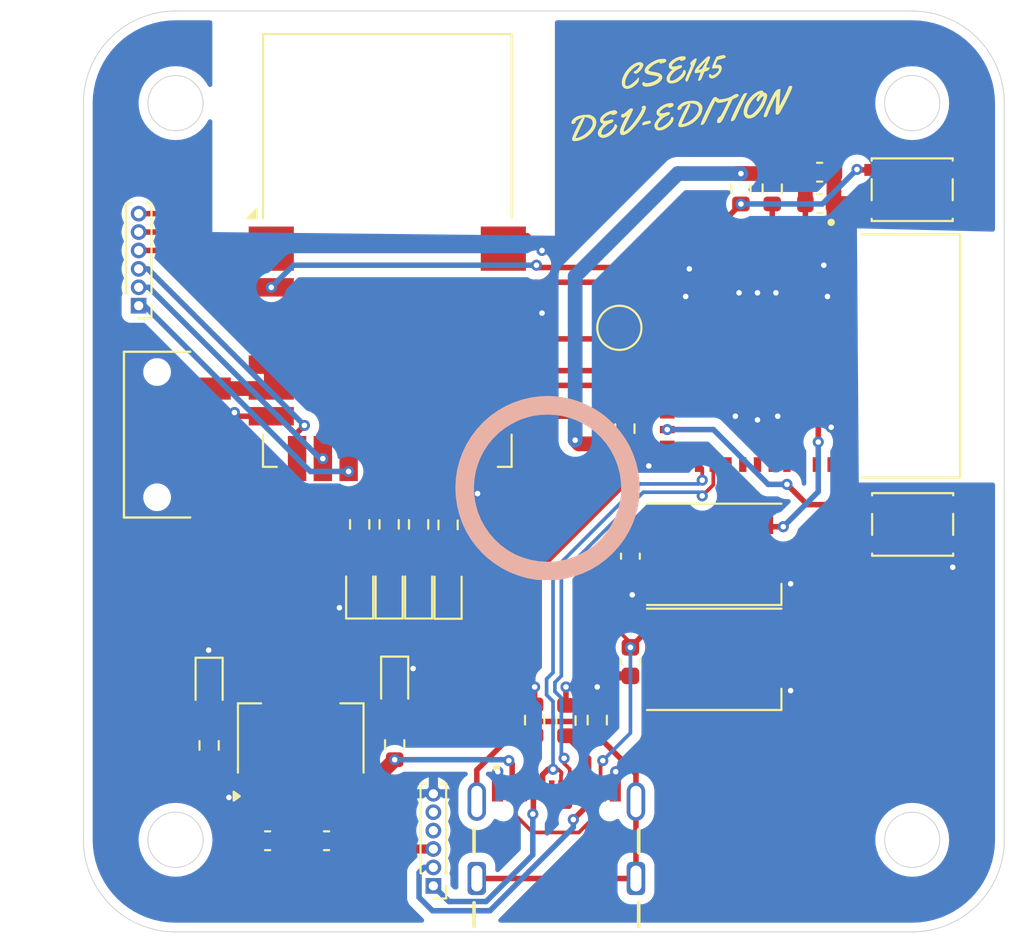
<source format=kicad_pcb>
(kicad_pcb (version 20240108) (generator "pcbnew") (generator_version "8.0")
  (layers (0 "F.Cu" signal) (31 "B.Cu" signal) (34 "B.Paste" user) (35 "F.Paste" user) (36 "B.SilkS" user "B.Silkscreen") (37 "F.SilkS" user "F.Silkscreen") (38 "B.Mask" user) (39 "F.Mask" user) (44 "Edge.Cuts" user))
  (net 0 "")
  (net 1 "GND")
  (net 2 "+3.3V")
  (net 3 "+5V")
  (net 4 "Net-(D1-A)")
  (net 5 "Net-(D2-A)")
  (net 6 "Net-(D3-A)")
  (net 7 "Net-(D4-A)")
  (net 8 "Net-(D5-DOUT)")
  (net 9 "/NEOPIXEL")
  (net 11 "Net-(DWM1-VDDAON)")
  (net 12 "Net-(DWM1-GPIO0{slash}RXOKLED)")
  (net 13 "/DWM3000_IRQ")
  (net 14 "/DWM3000_SPIPOL")
  (net 15 "/DWM3000_SPIMISO")
  (net 16 "Net-(DWM1-GPIO1{slash}SFDLED)")
  (net 17 "/DWM3000_EXTON")
  (net 18 "Net-(DWM1-GPIO2{slash}RXLED)")
  (net 19 "/DWM3000_SPIHA")
  (net 20 "/DWM3000_WAKEUP")
  (net 21 "/DWM3000_RSTn")
  (net 22 "/DWM3001_SPIMOSI")
  (net 23 "/DWM3000_SPICS")
  (net 24 "Net-(DWM1-GPIO3{slash}TXLED)")
  (net 25 "/DWM3000_EXTPA")
  (net 26 "/DWM3000_GPIO7")
  (net 27 "/DWM3000_SPICLK")
  (net 28 "Net-(J1-SHELL_GND-PadSH1)")
  (net 29 "/DN")
  (net 31 "/DP")
  (net 33 "/CC1")
  (net 34 "/CC2")
  (net 35 "Net-(U1-IO2)")
  (net 36 "Net-(U1-IO8)")
  (net 37 "Net-(U1-EN)")
  (net 39 "Net-(U1-IO9)")
  (net 40 "Net-(U1-IO10)")
  (net 59 "Net-(D7-A)")
  (net 60 "Net-(D8-A)")
  (footprint "LED_SMD:LED_SK6812_PLCC4_5.0x5.0mm_P3.2mm" (layer "F.Cu") (at 134.25 74.5)
    (property "Reference" "D5" (hide yes))
    (property "Value" "SK6812")
  )
  (footprint "Fiducial:Fiducial_1mm_Mask2mm" (layer "F.Cu") (at 148 50)
    (property "Reference" "FID2" (hide yes))
    (property "Value" "Fiducial")
  )
  (footprint "opentags_library:XCVR_ESP32-C3-MINI-1-N4" (layer "F.Cu") (at 139.3 63.725 -90)
    (property "Reference" "U1" (hide yes))
    (property "Value" "ESP32-C3-MINI-1-N4")
  )
  (footprint "Capacitor_SMD:C_0603_1608Metric" (layer "F.Cu") (at 110 90.05 180)
    (property "Reference" "C6" (hide yes))
    (property "Value" "10u")
  )
  (footprint "Resistor_SMD:R_0603_1608Metric" (layer "F.Cu") (at 137.4 54.65 -90)
    (property "Reference" "R8" (hide yes))
    (property "Value" "10k")
  )
  (footprint "LED_SMD:LED_SK6812_PLCC4_5.0x5.0mm_P3.2mm" (layer "F.Cu") (at 134.25 80.2)
    (property "Reference" "D6" (hide yes))
    (property "Value" "SK6812")
  )
  (footprint "Button_Switch_SMD:SW_SPST_PTS810" (layer "F.Cu") (at 145.025 72.875)
    (property "Reference" "SW2" (hide yes))
    (property "Value" "SW_Push")
  )
  (footprint "Resistor_SMD:R_0603_1608Metric" (layer "F.Cu") (at 115 72.875 -90)
    (property "Reference" "R7" (hide yes))
    (property "Value" "470")
  )
  (footprint "Resistor_SMD:R_0603_1608Metric" (layer "F.Cu") (at 116.9 84.825 90)
    (property "Reference" "R11" (hide yes))
    (property "Value" "470")
  )
  (footprint "Connector_PinHeader_1.00mm:PinHeader_1x06_P1.00mm_Vertical" (layer "F.Cu") (at 103 61 180)
    (property "Reference" "J2" (hide yes))
    (property "Value" "Conn_01x06_Socket")
  )
  (footprint "Resistor_SMD:R_0603_1608Metric" (layer "F.Cu") (at 116.6 72.875 -90)
    (property "Reference" "R6" (hide yes))
    (property "Value" "470")
  )
  (footprint "LOGO" (layer "F.Cu") (at 125.2 70.9)
    (property "Reference" "G***" (hide yes))
    (property "Value" "LOGO" (hide yes))
  )
  (footprint "Capacitor_SMD:C_0603_1608Metric" (layer "F.Cu") (at 139.975 53.75)
    (property "Reference" "C2" (hide yes))
    (property "Value" ".1u")
  )
  (footprint "LED_SMD:LED_0603_1608Metric" (layer "F.Cu") (at 119.8 76.5125 90)
    (property "Reference" "D1" (hide yes))
    (property "Value" "LED")
  )
  (footprint "opentags_library:SW_JS102011SAQN" (layer "F.Cu") (at 104 68 -90)
    (property "Reference" "S1" (hide yes))
    (property "Value" "JS102011SAQN")
  )
  (footprint "Resistor_SMD:R_0603_1608Metric" (layer "F.Cu") (at 124.5 83.5 90)
    (property "Reference" "R2" (hide yes))
    (property "Value" "5k1")
  )
  (footprint "LED_SMD:LED_0603_1608Metric" (layer "F.Cu") (at 115 76.5 90)
    (property "Reference" "D4" (hide yes))
    (property "Value" "LED")
  )
  (footprint "Resistor_SMD:R_0603_1608Metric" (layer "F.Cu") (at 106.825 84.875 90)
    (property "Reference" "R12" (hide yes))
    (property "Value" "470")
  )
  (footprint "opentags_library:GCT_USB4105-GF-A" (layer "F.Cu") (at 125.68 92.1)
    (property "Reference" "J1" (hide yes))
    (property "Value" "USB4105-GF-A")
  )
  (footprint "LED_SMD:LED_0603_1608Metric" (layer "F.Cu") (at 116.6 76.5 90)
    (property "Reference" "D3" (hide yes))
    (property "Value" "LED")
  )
  (footprint "Capacitor_SMD:C_0603_1608Metric" (layer "F.Cu") (at 129.7 80.325 90)
    (property "Reference" "C4" (hide yes))
    (property "Value" "1u")
  )
  (footprint "LED_SMD:LED_0603_1608Metric" (layer "F.Cu") (at 118.2 76.5 90)
    (property "Reference" "D2" (hide yes))
    (property "Value" "LED")
  )
  (footprint "Fiducial:Fiducial_1mm_Mask2mm" (layer "F.Cu") (at 102 50)
    (property "Reference" "FID1" (hide yes))
    (property "Value" "Fiducial")
  )
  (footprint "TestPoint:TestPoint_Pad_D2.0mm" (layer "F.Cu") (at 129.1 62.2)
    (property "Reference" "TP1" (hide yes))
    (property "Value" "TestPoint")
  )
  (footprint "Resistor_SMD:R_0603_1608Metric" (layer "F.Cu") (at 126.2 83.525 90)
    (property "Reference" "R3" (hide yes))
    (property "Value" "5k1")
  )
  (footprint "RF_Module:DWM1000" (layer "F.Cu") (at 116.5 58)
    (property "Reference" "DWM1" (hide yes))
    (property "Value" "DWM3000")
  )
  (footprint "Fiducial:Fiducial_1mm_Mask2mm" (layer "F.Cu") (at 102 90)
    (property "Reference" "FID3" (hide yes))
    (property "Value" "Fiducial")
  )
  (footprint "LOGO" (layer "F.Cu") (at 132 49.5)
    (property "Reference" "G***" (hide yes))
    (property "Value" "LOGO" (hide yes))
  )
  (footprint "Resistor_SMD:R_0603_1608Metric" (layer "F.Cu") (at 118.2 72.875 -90)
    (property "Reference" "R5" (hide yes))
    (property "Value" "470")
  )
  (footprint "LED_SMD:LED_0603_1608Metric" (layer "F.Cu") (at 106.825 81.6 -90)
    (property "Reference" "D8" (hide yes))
    (property "Value" "LED")
  )
  (footprint "Button_Switch_SMD:SW_SPST_PTS810" (layer "F.Cu") (at 145 54.7)
    (property "Reference" "SW1" (hide yes))
    (property "Value" "SW_Push")
  )
  (footprint "Connector_PinHeader_1.00mm:PinHeader_1x06_P1.00mm_Vertical" (layer "F.Cu") (at 119 92.5 180)
    (property "Reference" "J3" (hide yes))
    (property "Value" "Conn_01x06_Socket")
  )
  (footprint "LED_SMD:LED_0603_1608Metric" (layer "F.Cu") (at 116.9 81.5375 -90)
    (property "Reference" "D7" (hide yes))
    (property "Value" "LED")
  )
  (footprint "Capacitor_SMD:C_0603_1608Metric" (layer "F.Cu") (at 113.2 90.05 180)
    (property "Reference" "C5" (hide yes))
    (property "Value" "10u")
  )
  (footprint "Fiducial:Fiducial_1mm_Mask2mm" (layer "F.Cu") (at 148 90)
    (property "Reference" "FID4" (hide yes))
    (property "Value" "Fiducial")
  )
  (footprint "Resistor_SMD:R_0603_1608Metric" (layer "F.Cu") (at 129.4 67.675 90)
    (property "Reference" "R9" (hide yes))
    (property "Value" "10k")
  )
  (footprint "Capacitor_SMD:C_0603_1608Metric" (layer "F.Cu") (at 139.975 55.45)
    (property "Reference" "C1" (hide yes))
    (property "Value" "10u")
  )
  (footprint "Resistor_SMD:R_0603_1608Metric" (layer "F.Cu") (at 127.9 83.5 90)
    (property "Reference" "R1" (hide yes))
    (property "Value" "100K")
  )
  (footprint "Package_TO_SOT_SMD:SOT-223-3_TabPin2" (layer "F.Cu") (at 111.8 84.5 90)
    (property "Reference" "U3" (hide yes))
    (property "Value" "LM1117MP-3.3")
  )
  (footprint "Resistor_SMD:R_0603_1608Metric" (layer "F.Cu") (at 119.8 72.9 -90)
    (property "Reference" "R4" (hide yes))
    (property "Value" "470")
  )
  (footprint "Resistor_SMD:R_0603_1608Metric" (layer "F.Cu") (at 135.7 54.65 -90)
    (property "Reference" "R10" (hide yes))
    (property "Value" "50k")
  )
  (footprint "Capacitor_SMD:C_0603_1608Metric" (layer "F.Cu") (at 129.7 74.6 90)
    (property "Reference" "C3" (hide yes))
    (property "Value" "1u")
  )
  (gr_line (start 145 95) (end 105 95) (stroke (width 0.05)) (layer "Edge.Cuts"))
  (gr_line (start 150 50) (end 150 90) (stroke (width 0.05)) (layer "Edge.Cuts"))
  (gr_line (start 105 45) (end 145 45) (stroke (width 0.05)) (layer "Edge.Cuts"))
  (gr_circle (center 145 90) (end 145 91.5) (stroke (width 0.05)) (fill none) (layer "Edge.Cuts"))
  (gr_circle (center 105 50) (end 105 48.5) (stroke (width 0.05)) (fill none) (layer "Edge.Cuts"))
  (gr_circle (center 105 90) (end 105 91.5) (stroke (width 0.05)) (fill none) (layer "Edge.Cuts"))
  (gr_arc (start 105 95) (mid 101.464466 93.535534) (end 100 90) (stroke (width 0.05)) (layer "Edge.Cuts"))
  (gr_arc (start 150 90) (mid 148.535534 93.535534) (end 145 95) (stroke (width 0.05)) (layer "Edge.Cuts"))
  (gr_arc (start 100 50) (mid 101.464466 46.464466) (end 105 45) (stroke (width 0.05)) (layer "Edge.Cuts"))
  (gr_circle (center 145 50) (end 145 48.5) (stroke (width 0.05)) (fill none) (layer "Edge.Cuts"))
  (gr_line (start 100 50) (end 100 90) (stroke (width 0.05)) (layer "Edge.Cuts"))
  (gr_arc (start 145 45) (mid 148.535534 46.464466) (end 150 50) (stroke (width 0.05)) (layer "Edge.Cuts"))
  (segment (start 122.48 86.32) (end 122.5 86.3) (width 0.3) (layer "F.Cu") (net 1))
  (segment (start 110.15 90.975) (end 109.225 90.05) (width 0.5) (layer "F.Cu") (net 1))
  (segment (start 108.4012 67.0012) (end 108.2 66.8) (width 0.3) (layer "F.Cu") (net 1))
  (segment (start 137.6 60.3) (end 138.575 61.275) (width 0.8) (layer "F.Cu") (net 1))
  (segment (start 138.575 61.75) (end 138.575 65.7) (width 0.8) (layer "F.Cu") (net 1))
  (segment (start 136.7 81.8) (end 138.3 81.8) (width 0.3) (layer "F.Cu") (net 1))
  (segment (start 129.7 75.375) (end 129.7 76.6) (width 0.5) (layer "F.Cu") (net 1))
  (segment (start 138.575 61.275) (end 138.575 61.75) (width 0.8) (layer "F.Cu") (net 1))
  (segment (start 130.725 69.675) (end 130.7 69.7) (width 0.3) (layer "F.Cu") (net 1))
  (segment (start 135.6 60.3) (end 134.625 61.275) (width 0.8) (layer "F.Cu") (net 1))
  (segment (start 141.5 67.725) (end 140.725 67.725) (width 0.5) (layer "F.Cu") (net 1))
  (segment (start 122.8 57.2012) (end 124.1012 57.2012) (width 0.3) (layer "F.Cu") (net 1))
  (segment (start 116.9 80.75) (end 117.85 80.75) (width 0.3) (layer "F.Cu") (net 1))
  (segment (start 140.75 53.75) (end 140.75 56.975) (width 0.8) (layer "F.Cu") (net 1))
  (segment (start 117.3 77.2875) (end 119.7875 77.2875) (width 0.3) (layer "F.Cu") (net 1))
  (segment (start 126.2 81.7) (end 126.2 82.7) (width 0.3) (layer "F.Cu") (net 1))
  (segment (start 142.925 55.775) (end 147.075 55.775) (width 0.8) (layer "F.Cu") (net 1))
  (segment (start 134.625 63.725) (end 138.575 63.725) (width 0.8) (layer "F.Cu") (net 1))
  (segment (start 131.65 57.775) (end 131.675 57.775) (width 0.3) (layer "F.Cu") (net 1))
  (segment (start 138.575 66.125) (end 138.575 65.7) (width 0.8) (layer "F.Cu") (net 1))
  (segment (start 111.5 90.975) (end 110.15 90.975) (width 0.5) (layer "F.Cu") (net 1))
  (segment (start 109.225 90.05) (end 109.225 87.925) (width 0.5) (layer "F.Cu") (net 1))
  (segment (start 106.825 79.725) (end 106.8 79.7) (width 0.3) (layer "F.Cu") (net 1))
  (segment (start 134.625 61.75) (end 134.625 65.7) (width 0.8) (layer "F.Cu") (net 1))
  (segment (start 139.8 57.825) (end 141.5 57.825) (width 0.3) (layer "F.Cu") (net 1))
  (segment (start 115 77.2875) (end 117.3 77.2875) (width 0.3) (layer "F.Cu") (net 1))
  (segment (start 128.88 86.32) (end 128.9 86.3) (width 0.3) (layer "F.Cu") (net 1))
  (segment (start 141.225 57.775) (end 140.2 58.8) (width 0.3) (layer "F.Cu") (net 1))
  (segment (start 124.8988 61.4012) (end 124.9 61.4) (width 0.5) (layer "F.Cu") (net 1))
  (segment (start 131.65 57.775) (end 132.55 57.775) (width 0.3) (layer "F.Cu") (net 1))
  (segment (start 124.5 82.675) (end 124.5 81.7) (width 0.3) (layer "F.Cu") (net 1))
  (segment (start 109.225 87.925) (end 109.5 87.65) (width 0.5) (layer "F.Cu") (net 1))
  (segment (start 141.5 60.525) (end 140.425 60.525) (width 0.5) (layer "F.Cu") (net 1))
  (segment (start 136.6 65.7) (end 136.6 67.2) (width 0.8) (layer "F.Cu") (net 1))
  (segment (start 106.825 80.8125) (end 106.825 79.725) (width 0.3) (layer "F.Cu") (net 1))
  (segment (start 134.625 66.225) (end 134.625 65.7) (width 0.8) (layer "F.Cu") (net 1))
  (segment (start 128.5 81.1) (end 127.9 81.7) (width 0.5) (layer "F.Cu") (net 1))
  (segment (start 114.0125 77.2875) (end 113.9 77.4) (width 0.3) (layer "F.Cu") (net 1))
  (segment (start 138.575 65.7) (end 134.625 65.7) (width 0.8) (layer "F.Cu") (net 1))
  (segment (start 134.625 61.275) (end 134.625 61.75) (width 0.8) (layer "F.Cu") (net 1))
  (segment (start 140.75 56.975) (end 141.55 57.775) (width 0.8) (layer "F.Cu") (net 1))
  (segment (start 117.3 77.2875) (end 114.0125 77.2875) (width 0.3) (layer "F.Cu") (net 1))
  (segment (start 132.675 60.525) (end 132.7 60.5) (width 0.5) (layer "F.Cu") (net 1))
  (segment (start 131.65 69.675) (end 130.725 69.675) (width 0.3) (layer "F.Cu") (net 1))
  (segment (start 147.1 75.1) (end 147.2 75.2) (width 0.3) (layer "F.Cu") (net 1))
  (segment (start 128.88 87.345) (end 128.88 86.32) (width 0.3) (layer "F.Cu") (net 1))
  (segment (start 136.7 76.1) (end 138.4 76.1) (width 0.3) (layer "F.Cu") (net 1))
  (segment (start 134.625 61.75) (end 138.575 61.75) (width 0.8) (layer "F.Cu") (net 1))
  (segment (start 124.1012 57.2012) (end 124.9 58) (width 0.3) (layer "F.Cu") (net 1))
  (segment (start 140.725 67.725) (end 140.6 67.6) (width 0.5) (layer "F.Cu") (net 1))
  (segment (start 112.425 90.05) (end 111.5 90.975) (width 0.5) (layer "F.Cu") (net 1))
  (segment (start 122.8 58.6012) (end 122.8 57.2012) (width 0.3) (layer "F.Cu") (net 1))
  (segment (start 147.1 73.95) (end 147.1 75.1) (width 0.3) (layer "F.Cu") (net 1))
  (segment (start 136.6 61.75) (end 136.6 60.3) (width 0.8) (layer "F.Cu") (net 1))
  (segment (start 109.5 87.65) (end 107.95 87.65) (width 0.8) (layer "F.Cu") (net 1))
  (segment (start 117.85 80.75) (end 117.9 80.7) (width 0.3) (layer "F.Cu") (net 1))
  (segment (start 121.4 69.2962) (end 121.4 71.2) (width 0.3) (layer "F.Cu") (net 1))
  (segment (start 142.6 55.45) (end 142.925 55.775) (width 0.8) (layer "F.Cu") (net 1))
  (segment (start 141.55 57.775) (end 141.225 57.775) (width 0.3) (layer "F.Cu") (net 1))
  (segment (start 122.48 87.345) (end 122.48 86.32) (width 0.3) (layer "F.Cu") (net 1))
  (segment (start 127.9 82.675) (end 127.9 81.7) (width 0.3) (layer "F.Cu") (net 1))
  (segment (start 131.675 57.775) (end 132.9 59) (width 0.3) (layer "F.Cu") (net 1))
  (segment (start 122.8 61.4012) (end 124.8988 61.4012) (width 0.5) (layer "F.Cu") (net 1))
  (segment (start 107.95 87.65) (end 107.9 87.7) (width 0.8) (layer "F.Cu") (net 1))
  (segment (start 129.7 76.6) (end 129.8 76.7) (width 0.5) (layer "F.Cu") (net 1))
  (segment (start 137.7 67) (end 138.575 66.125) (width 0.8) (layer "F.Cu") (net 1))
  (segment (start 110.2 67.0012) (end 108.4012 67.0012) (width 0.3) (layer "F.Cu") (net 1))
  (segment (start 132.55 57.775) (end 132.6 57.825) (width 0.3) (layer "F.Cu") (net 1))
  (segment (start 142.95 73.95) (end 147.1 73.95) (width 0.8) (layer "F.Cu") (net 1))
  (segment (start 131.7 60.525) (end 132.675 60.525) (width 0.5) (layer "F.Cu") (net 1))
  (segment (start 141.5 57.825) (end 141.55 57.775) (width 0.3) (layer "F.Cu") (net 1))
  (segment (start 129.7 81.1) (end 128.5 81.1) (width 0.5) (layer "F.Cu") (net 1))
  (segment (start 140.75 55.45) (end 142.6 55.45) (width 0.8) (layer "F.Cu") (net 1))
  (segment (start 141.55 69.675) (end 141.55 57.775) (width 0.3) (layer "F.Cu") (net 1))
  (segment (start 119.7875 77.2875) (end 119.8 77.3) (width 0.3) (layer "F.Cu") (net 1))
  (segment (start 136.6 65.7) (end 136.6 61.75) (width 0.8) (layer "F.Cu") (net 1))
  (segment (start 140.425 60.525) (end 140.4 60.5) (width 0.5) (layer "F.Cu") (net 1))
  (segment (start 135.4 67) (end 134.625 66.225) (width 0.8) (layer "F.Cu") (net 1))
  (segment (start 138.3 81.8) (end 138.4 81.9) (width 0.3) (layer "F.Cu") (net 1))
  (via (at 106.8 79.7) (size 0.6) (drill 0.3) (layers "F.Cu" "B.Cu") (net 1))
  (via (at 137.6 60.3) (size 0.6) (drill 0.3) (layers "F.Cu" "B.Cu") (net 1))
  (via (at 128.9 86.3) (size 0.6) (drill 0.3) (layers "F.Cu" "B.Cu") (net 1))
  (via (at 135.6 60.3) (size 0.6) (drill 0.3) (layers "F.Cu" "B.Cu") (net 1))
  (via (at 126.2 81.7) (size 0.6) (drill 0.3) (layers "F.Cu" "B.Cu") (net 1))
  (via (at 147.2 75.2) (size 0.6) (drill 0.3) (layers "F.Cu" "B.Cu") (net 1))
  (via (at 135.4 67) (size 0.6) (drill 0.3) (layers "F.Cu" "B.Cu") (net 1))
  (via (at 140.4 60.5) (size 0.6) (drill 0.3) (layers "F.Cu" "B.Cu") (net 1))
  (via (at 130.7 69.7) (size 0.6) (drill 0.3) (layers "F.Cu" "B.Cu") (net 1))
  (via (at 140.2 58.8) (size 0.6) (drill 0.3) (layers "F.Cu" "B.Cu") (net 1))
  (via (at 121.4 71.2) (size 0.6) (drill 0.3) (layers "F.Cu" "B.Cu") (net 1))
  (via (at 132.9 59) (size 0.6) (drill 0.3) (layers "F.Cu" "B.Cu") (net 1))
  (via (at 127.9 81.7) (size 0.6) (drill 0.3) (layers "F.Cu" "B.Cu") (net 1))
  (via (at 140.6 67.6) (size 0.6) (drill 0.3) (layers "F.Cu" "B.Cu") (net 1))
  (via (at 129.8 76.7) (size 0.6) (drill 0.3) (layers "F.Cu" "B.Cu") (net 1))
  (via (at 132.7 60.5) (size 0.6) (drill 0.3) (layers "F.Cu" "B.Cu") (net 1))
  (via (at 124.5 81.7) (size 0.6) (drill 0.3) (layers "F.Cu" "B.Cu") (net 1))
  (via (at 138.4 81.9) (size 0.6) (drill 0.3) (layers "F.Cu" "B.Cu") (net 1))
  (via (at 137.7 67) (size 0.6) (drill 0.3) (layers "F.Cu" "B.Cu") (net 1))
  (via (at 122.5 86.3) (size 0.6) (drill 0.3) (layers "F.Cu" "B.Cu") (net 1))
  (via (at 107.9 87.7) (size 0.6) (drill 0.3) (layers "F.Cu" "B.Cu") (net 1))
  (via (at 138.4 76.1) (size 0.6) (drill 0.3) (layers "F.Cu" "B.Cu") (net 1))
  (via (at 113.9 77.4) (size 0.6) (drill 0.3) (layers "F.Cu" "B.Cu") (net 1))
  (via (at 108.2 66.8) (size 0.6) (drill 0.3) (layers "F.Cu" "B.Cu") (net 1))
  (via (at 124.9 58) (size 0.6) (drill 0.3) (layers "F.Cu" "B.Cu") (net 1))
  (via (at 136.6 60.3) (size 0.6) (drill 0.3) (layers "F.Cu" "B.Cu") (net 1))
  (via (at 124.9 61.4) (size 0.6) (drill 0.3) (layers "F.Cu" "B.Cu") (net 1))
  (via (at 136.6 67.2) (size 0.6) (drill 0.3) (layers "F.Cu" "B.Cu") (net 1))
  (via (at 117.9 80.7) (size 0.6) (drill 0.3) (layers "F.Cu" "B.Cu") (net 1))
  (segment (start 126.9 68.5) (end 126.7 68.3) (width 0.8) (layer "F.Cu") (net 2))
  (segment (start 111.8 72.5) (end 111.8 81.35) (width 0.8) (layer "F.Cu") (net 2))
  (segment (start 111.8 81.35) (end 111.8 87.65) (width 0.8) (layer "F.Cu") (net 2))
  (segment (start 139.2 55.45) (end 139.2 53.75) (width 0.8) (layer "F.Cu") (net 2))
  (segment (start 139.2 53.75) (end 139.2 57.625) (width 0.3) (layer "F.Cu") (net 2))
  (segment (start 113.45 79.7) (end 120 79.7) (width 0.8) (layer "F.Cu") (net 2))
  (segment (start 129.4 68.5) (end 126.9 68.5) (width 0.8) (layer "F.Cu") (net 2))
  (segment (start 111.8 87.65) (end 111.8 89.025) (width 0.8) (layer "F.Cu") (net 2))
  (segment (start 106.75 68) (end 107.3 68) (width 0.8) (layer "F.Cu") (net 2))
  (segment (start 107.3 68) (end 111.8 72.5) (width 0.8) (layer "F.Cu") (net 2))
  (segment (start 135.7 53.825) (end 139.125 53.825) (width 0.8) (layer "F.Cu") (net 2))
  (segment (start 109.85 85.7) (end 111.8 87.65) (width 0.3) (layer "F.Cu") (net 2))
  (segment (start 139.125 53.825) (end 139.2 53.75) (width 0.8) (layer "F.Cu") (net 2))
  (segment (start 106.825 85.7) (end 109.85 85.7) (width 0.3) (layer "F.Cu") (net 2))
  (segment (start 139.2 57.625) (end 139 57.825) (width 0.3) (layer "F.Cu") (net 2))
  (segment (start 111.8 89.025) (end 110.775 90.05) (width 0.8) (layer "F.Cu") (net 2))
  (segment (start 129.4 70.3) (end 129.4 68.5) (width 0.8) (layer "F.Cu") (net 2))
  (segment (start 111.8 81.35) (end 113.45 79.7) (width 0.8) (layer "F.Cu") (net 2))
  (segment (start 120 79.7) (end 129.4 70.3) (width 0.8) (layer "F.Cu") (net 2))
  (via (at 135.7 53.825) (size 0.6) (drill 0.3) (layers "F.Cu" "B.Cu") (net 2))
  (via (at 126.7 68.3) (size 0.6) (drill 0.3) (layers "F.Cu" "B.Cu") (net 2))
  (segment (start 126.7 59.4) (end 132.275 53.825) (width 0.8) (layer "B.Cu") (net 2))
  (segment (start 132.275 53.825) (end 135.7 53.825) (width 0.8) (layer "B.Cu") (net 2))
  (segment (start 126.7 68.3) (end 126.7 59.4) (width 0.8) (layer "B.Cu") (net 2))
  (segment (start 130.625 72.9) (end 129.7 73.825) (width 0.3) (layer "F.Cu") (net 3))
  (segment (start 123.465 88.140406) (end 123.28 87.955406) (width 0.2) (layer "F.Cu") (net 3))
  (segment (start 129.7 79.3) (end 128.925 78.525) (width 0.2) (layer "F.Cu") (net 3))
  (segment (start 126.9 89.6) (end 124.4 89.6) (width 0.2) (layer "F.Cu") (net 3))
  (segment (start 113.975 87.775) (end 114.1 87.65) (width 0.5) (layer "F.Cu") (net 3))
  (segment (start 123.465 88.665) (end 123.465 88.140406) (width 0.2) (layer "F.Cu") (net 3))
  (segment (start 113.975 90.05) (end 113.975 87.775) (width 0.5) (layer "F.Cu") (net 3))
  (segment (start 128.925 78.525) (end 128.925 74.6) (width 0.2) (layer "F.Cu") (net 3))
  (segment (start 131.8 72.9) (end 130.625 72.9) (width 0.3) (layer "F.Cu") (net 3))
  (segment (start 124.4 89.6) (end 123.465 88.665) (width 0.2) (layer "F.Cu") (net 3))
  (segment (start 114.9 87.65) (end 116.9 85.65) (width 0.8) (layer "F.Cu") (net 3))
  (segment (start 127.88 88.62) (end 126.9 89.6) (width 0.2) (layer "F.Cu") (net 3))
  (segment (start 128.08 87.345) (end 127.88 87.545) (width 0.2) (layer "F.Cu") (net 3))
  (segment (start 123.28 87.345) (end 123.28 85.88) (width 0.3) (layer "F.Cu") (net 3))
  (segment (start 128.08 85.82) (end 128.2 85.7) (width 0.2) (layer "F.Cu") (net 3))
  (segment (start 123.28 87.955406) (end 123.28 87.345) (width 0.2) (layer "F.Cu") (net 3))
  (segment (start 131.8 78.6) (end 130.65 78.6) (width 0.3) (layer "F.Cu") (net 3))
  (segment (start 127.88 87.545) (end 127.88 88.62) (width 0.2) (layer "F.Cu") (net 3))
  (segment (start 130.65 78.6) (end 129.7 79.55) (width 0.3) (layer "F.Cu") (net 3))
  (segment (start 114.1 87.65) (end 116.95 90.5) (width 0.5) (layer "F.Cu") (net 3))
  (segment (start 114.1 87.65) (end 114.9 87.65) (width 0.8) (layer "F.Cu") (net 3))
  (segment (start 123.28 85.88) (end 123.1 85.7) (width 0.3) (layer "F.Cu") (net 3))
  (segment (start 128.08 87.345) (end 128.08 85.82) (width 0.2) (layer "F.Cu") (net 3))
  (segment (start 116.95 90.5) (end 119 90.5) (width 0.5) (layer "F.Cu") (net 3))
  (segment (start 129.7 79.55) (end 129.7 79.3) (width 0.2) (layer "F.Cu") (net 3))
  (segment (start 128.925 74.6) (end 129.7 73.825) (width 0.2) (layer "F.Cu") (net 3))
  (via (at 123.1 85.7) (size 0.6) (drill 0.3) (layers "F.Cu" "B.Cu") (net 3))
  (via (at 116.9 85.65) (size 0.6) (drill 0.3) (layers "F.Cu" "B.Cu") (net 3))
  (via (at 129.7 79.55) (size 0.6) (drill 0.3) (layers "F.Cu" "B.Cu") (net 3))
  (via (at 128.2 85.7) (size 0.6) (drill 0.3) (layers "F.Cu" "B.Cu") (net 3))
  (segment (start 123.05 85.65) (end 116.9 85.65) (width 0.3) (layer "B.Cu") (net 3))
  (segment (start 128.2 85.7) (end 129.7 84.2) (width 0.2) (layer "B.Cu") (net 3))
  (segment (start 129.7 84.2) (end 129.7 79.55) (width 0.2) (layer "B.Cu") (net 3))
  (segment (start 123.1 85.7) (end 123.05 85.65) (width 0.3) (layer "B.Cu") (net 3))
  (segment (start 119.8 73.725) (end 119.8 75.725) (width 0.3) (layer "F.Cu") (net 4))
  (segment (start 118.2 73.7) (end 118.2 75.7125) (width 0.3) (layer "F.Cu") (net 5))
  (segment (start 116.6 73.7) (end 116.6 75.7125) (width 0.3) (layer "F.Cu") (net 6))
  (segment (start 115 73.7) (end 115 75.7125) (width 0.3) (layer "F.Cu") (net 7))
  (segment (start 134.3 78.6) (end 131.8 76.1) (width 0.3) (layer "F.Cu") (net 8))
  (segment (start 136.7 78.6) (end 134.3 78.6) (width 0.3) (layer "F.Cu") (net 8))
  (segment (start 136.6 57.825) (end 136.6 58.23934) (width 0.3) (layer "F.Cu") (net 9))
  (segment (start 136.6 58.23934) (end 139.9 61.53934) (width 0.3) (layer "F.Cu") (net 9))
  (segment (start 136.8 73) (end 136.7 72.9) (width 0.3) (layer "F.Cu") (net 9))
  (segment (start 139.9 61.53934) (end 139.9 68.4) (width 0.3) (layer "F.Cu") (net 9))
  (segment (start 138 73) (end 136.8 73) (width 0.3) (layer "F.Cu") (net 9))
  (via (at 139.9 68.4) (size 0.6) (drill 0.3) (layers "F.Cu" "B.Cu") (net 9))
  (via (at 138 73) (size 0.6) (drill 0.3) (layers "F.Cu" "B.Cu") (net 9))
  (segment (start 139.9 71.1) (end 138 73) (width 0.3) (layer "B.Cu") (net 9))
  (segment (start 139.9 68.4) (end 139.9 71.1) (width 0.3) (layer "B.Cu") (net 9))
  (segment (start 106.75 65.5) (end 110.0988 65.5) (width 0.8) (layer "F.Cu") (net 11))
  (segment (start 110.2 65.6012) (end 110.2 62.8012) (width 0.8) (layer "F.Cu") (net 11))
  (segment (start 110.0988 65.5) (end 110.2 65.6012) (width 0.8) (layer "F.Cu") (net 11))
  (segment (start 120 69.2962) (end 120 71.875) (width 0.3) (layer "F.Cu") (net 12))
  (segment (start 120 71.875) (end 119.8 72.075) (width 0.3) (layer "F.Cu") (net 12))
  (segment (start 131.7 59.725) (end 123.0762 59.725) (width 0.3) (layer "F.Cu") (net 13))
  (segment (start 123.0762 59.725) (end 122.8 60.0012) (width 0.3) (layer "F.Cu") (net 13))
  (segment (start 113 69.2962) (end 113 69.3) (width 0.3) (layer "F.Cu") (net 14))
  (via (at 113 69.3) (size 0.6) (drill 0.3) (layers "F.Cu" "B.Cu") (net 14))
  (segment (start 112.85 69.3) (end 103.55 60) (width 0.3) (layer "B.Cu") (net 14))
  (segment (start 103.55 60) (end 103 60) (width 0.3) (layer "B.Cu") (net 14))
  (segment (start 113 69.3) (end 112.85 69.3) (width 0.3) (layer "B.Cu") (net 14))
  (segment (start 122.8 64.2012) (end 123.1238 64.525) (width 0.3) (layer "F.Cu") (net 15))
  (segment (start 123.1238 64.525) (end 131.7 64.525) (width 0.3) (layer "F.Cu") (net 15))
  (segment (start 118.6 69.2962) (end 118.6 71.65) (width 0.3) (layer "F.Cu") (net 16))
  (segment (start 118.6 71.65) (end 118.2 72.05) (width 0.3) (layer "F.Cu") (net 16))
  (segment (start 103 56) (end 104.3 56) (width 0.3) (layer "F.Cu") (net 17))
  (segment (start 105.5012 57.2012) (end 110.2 57.2012) (width 0.3) (layer "F.Cu") (net 17))
  (segment (start 104.3 56) (end 105.5012 57.2012) (width 0.3) (layer "F.Cu") (net 17))
  (segment (start 117.2 71.45) (end 116.6 72.05) (width 0.3) (layer "F.Cu") (net 18))
  (segment (start 117.2 69.2962) (end 117.2 71.45) (width 0.3) (layer "F.Cu") (net 18))
  (segment (start 111.6 69.2962) (end 111.6 67.9) (width 0.3) (layer "F.Cu") (net 19))
  (segment (start 111.6 67.9) (end 112 67.5) (width 0.3) (layer "F.Cu") (net 19))
  (via (at 112 67.5) (size 0.6) (drill 0.3) (layers "F.Cu" "B.Cu") (net 19))
  (segment (start 103.5 59) (end 103 59) (width 0.3) (layer "B.Cu") (net 19))
  (segment (start 112 67.5) (end 103.5 59) (width 0.3) (layer "B.Cu") (net 19))
  (segment (start 104.5 57) (end 106.1012 58.6012) (width 0.3) (layer "F.Cu") (net 20))
  (segment (start 103 57) (end 104.5 57) (width 0.3) (layer "F.Cu") (net 20))
  (segment (start 106.1012 58.6012) (end 110.2 58.6012) (width 0.3) (layer "F.Cu") (net 20))
  (segment (start 124.725 58.925) (end 131.7 58.925) (width 0.3) (layer "F.Cu") (net 21))
  (segment (start 124.6 58.8) (end 124.725 58.925) (width 0.3) (layer "F.Cu") (net 21))
  (via (at 124.6 58.8) (size 0.6) (drill 0.3) (layers "F.Cu" "B.Cu") (net 21))
  (via (at 110.2 60.0012) (size 0.6) (drill 0.3) (layers "F.Cu" "B.Cu") (net 21))
  (segment (start 111.4012 58.8) (end 110.2 60.0012) (width 0.3) (layer "B.Cu") (net 21))
  (segment (start 124.6 58.8) (end 111.4012 58.8) (width 0.3) (layer "B.Cu") (net 21))
  (segment (start 123.075 65.325) (end 131.7 65.325) (width 0.3) (layer "F.Cu") (net 22))
  (segment (start 122.8 65.6) (end 123.075 65.325) (width 0.3) (layer "F.Cu") (net 22))
  (segment (start 127.991642 67) (end 128.991642 66) (width 0.3) (layer "F.Cu") (net 23))
  (segment (start 131.575 66) (end 131.7 66.125) (width 0.3) (layer "F.Cu") (net 23))
  (segment (start 128.991642 66) (end 131.575 66) (width 0.3) (layer "F.Cu") (net 23))
  (segment (start 122.8 67) (end 127.991642 67) (width 0.3) (layer "F.Cu") (net 23))
  (segment (start 115.8 69.2962) (end 115.8 71.25) (width 0.3) (layer "F.Cu") (net 24))
  (segment (start 115.8 71.25) (end 115 72.05) (width 0.3) (layer "F.Cu") (net 24))
  (segment (start 114.4 69.2962) (end 114.4 70) (width 0.3) (layer "F.Cu") (net 25))
  (via (at 114.4 70) (size 0.6) (drill 0.3) (layers "F.Cu" "B.Cu") (net 25))
  (segment (start 112.319239 70) (end 103.319239 61) (width 0.3) (layer "B.Cu") (net 25))
  (segment (start 103.319239 61) (end 103 61) (width 0.3) (layer "B.Cu") (net 25))
  (segment (start 114.4 70) (end 112.319239 70) (width 0.3) (layer "B.Cu") (net 25))
  (segment (start 108.1012 61.4012) (end 110.2 61.4012) (width 0.3) (layer "F.Cu") (net 26))
  (segment (start 103 58) (end 104.7 58) (width 0.3) (layer "F.Cu") (net 26))
  (segment (start 104.7 58) (end 108.1012 61.4012) (width 0.3) (layer "F.Cu") (net 26))
  (segment (start 128.715811 63.725) (end 131.7 63.725) (width 0.3) (layer "F.Cu") (net 27))
  (segment (start 122.8 62.8012) (end 127.792011 62.8012) (width 0.3) (layer "F.Cu") (net 27))
  (segment (start 127.792011 62.8012) (end 128.715811 63.725) (width 0.3) (layer "F.Cu") (net 27))
  (segment (start 123.991642 83.575) (end 127.15 83.575) (width 0.3) (layer "F.Cu") (net 28))
  (segment (start 121.36 92.1) (end 130 92.1) (width 0.3) (layer "F.Cu") (net 28))
  (segment (start 130 92.1) (end 130 87.92) (width 0.3) (layer "F.Cu") (net 28))
  (segment (start 127.9 84.325) (end 130 86.425) (width 0.3) (layer "F.Cu") (net 28))
  (segment (start 121.36 86.206642) (end 123.991642 83.575) (width 0.3) (layer "F.Cu") (net 28))
  (segment (start 121.36 87.92) (end 121.36 86.206642) (width 0.3) (layer "F.Cu") (net 28))
  (segment (start 130 86.425) (end 130 87.92) (width 0.3) (layer "F.Cu") (net 28))
  (segment (start 127.15 83.575) (end 127.9 84.325) (width 0.3) (layer "F.Cu") (net 28))
  (segment (start 125.955 86.457499) (end 125.955 86.34497) (width 0.2) (layer "F.Cu") (net 29))
  (segment (start 125.93 87.345) (end 125.93 86.482499) (width 0.2) (layer "F.Cu") (net 29))
  (segment (start 125.93 86.482499) (end 125.955 86.457499) (width 0.2) (layer "F.Cu") (net 29))
  (segment (start 125.227708 86.172292) (end 125.499479 86.172292) (width 0.3) (layer "F.Cu") (net 29))
  (segment (start 125.93 87.345) (end 125.905001 87.320001) (width 0.2) (layer "F.Cu") (net 29))
  (segment (start 133.6 70.475) (end 133.6 69.825) (width 0.2) (layer "F.Cu") (net 29))
  (segment (start 124.93 86.47) (end 125.227708 86.172292) (width 0.3) (layer "F.Cu") (net 29))
  (segment (start 125.782322 86.172292) (end 125.499479 86.172292) (width 0.2) (layer "F.Cu") (net 29))
  (segment (start 124.93 87.345) (end 124.93 86.47) (width 0.3) (layer "F.Cu") (net 29))
  (segment (start 125.955 86.34497) (end 125.782322 86.172292) (width 0.2) (layer "F.Cu") (net 29))
  (segment (start 133.6 69.825) (end 133.4 69.625) (width 0.2) (layer "F.Cu") (net 29))
  (via (at 133.6 70.475) (size 0.6) (drill 0.3) (layers "F.Cu" "B.Cu") (net 29))
  (via (at 125.499479 86.172292) (size 0.6) (drill 0.3) (layers "F.Cu" "B.Cu") (net 29))
  (segment (start 125.15002 82.134917) (end 125.15002 81.265083) (width 0.2) (layer "B.Cu") (net 29))
  (segment (start 125.499479 86.172292) (end 125.499479 82.484376) (width 0.2) (layer "B.Cu") (net 29))
  (segment (start 125.499479 80.915624) (end 125.499479 75.382321) (width 0.2) (layer "B.Cu") (net 29))
  (segment (start 125.15002 81.265083) (end 125.499479 80.915624) (width 0.2) (layer "B.Cu") (net 29))
  (segment (start 125.499479 82.484376) (end 125.15002 82.134917) (width 0.2) (layer "B.Cu") (net 29))
  (segment (start 133.400001 70.674999) (end 133.6 70.475) (width 0.2) (layer "B.Cu") (net 29))
  (segment (start 125.499479 75.382321) (end 130.2068 70.675) (width 0.2) (layer "B.Cu") (net 29))
  (segment (start 130.2068 70.675) (end 133.400001 70.674999) (width 0.2) (layer "B.Cu") (net 29))
  (segment (start 126.43 88.17) (end 126.43 87.345) (width 0.2) (layer "F.Cu") (net 31))
  (segment (start 126.43 87.345) (end 126.43 86.482499) (width 0.2) (layer "F.Cu") (net 31))
  (segment (start 126.43 86.482499) (end 126.405 86.457499) (width 0.2) (layer "F.Cu") (net 31))
  (segment (start 126.405 86.457499) (end 126.405 86.158572) (width 0.2) (layer "F.Cu") (net 31))
  (segment (start 134.2 70.725) (end 134.2 69.625) (width 0.2) (layer "F.Cu") (net 31))
  (segment (start 126.38 88.22) (end 126.43 88.17) (width 0.2) (layer "F.Cu") (net 31))
  (segment (start 126.405 86.158572) (end 126.100521 85.854093) (width 0.2) (layer "F.Cu") (net 31))
  (segment (start 133.6 71.325) (end 134.2 70.725) (width 0.2) (layer "F.Cu") (net 31))
  (segment (start 125.43 88.17) (end 125.48 88.22) (width 0.2) (layer "F.Cu") (net 31))
  (segment (start 125.48 88.22) (end 126.38 88.22) (width 0.2) (layer "F.Cu") (net 31))
  (segment (start 125.43 87.345) (end 125.43 88.17) (width 0.2) (layer "F.Cu") (net 31))
  (segment (start 125.43 87.345) (end 125.454999 87.320001) (width 0.2) (layer "F.Cu") (net 31))
  (segment (start 126.100521 85.854093) (end 126.100521 85.57125) (width 0.2) (layer "F.Cu") (net 31))
  (via (at 126.100521 85.57125) (size 0.6) (drill 0.3) (layers "F.Cu" "B.Cu") (net 31))
  (via (at 133.6 71.325) (size 0.6) (drill 0.3) (layers "F.Cu" "B.Cu") (net 31))
  (segment (start 125.6 81.451471) (end 125.94948 81.101991) (width 0.2) (layer "B.Cu") (net 31))
  (segment (start 133.400001 71.125001) (end 133.6 71.325) (width 0.2) (layer "B.Cu") (net 31))
  (segment (start 130.3932 71.125) (end 133.400001 71.125001) (width 0.2) (layer "B.Cu") (net 31))
  (segment (start 125.6 81.948529) (end 125.6 81.451471) (width 0.2) (layer "B.Cu") (net 31))
  (segment (start 125.94948 82.298009) (end 125.6 81.948529) (width 0.2) (layer "B.Cu") (net 31))
  (segment (start 125.94948 81.101991) (end 125.94948 75.56872) (width 0.2) (layer "B.Cu") (net 31))
  (segment (start 125.94948 85.420209) (end 125.94948 82.298009) (width 0.2) (layer "B.Cu") (net 31))
  (segment (start 125.94948 75.56872) (end 130.3932 71.125) (width 0.2) (layer "B.Cu") (net 31))
  (segment (start 126.100521 85.57125) (end 125.94948 85.420209) (width 0.2) (layer "B.Cu") (net 31))
  (segment (start 124.43 87.345) (end 124.43 88.57) (width 0.3) (layer "F.Cu") (net 33))
  (segment (start 124.43 84.395) (end 124.5 84.325) (width 0.3) (layer "F.Cu") (net 33))
  (segment (start 124.43 88.57) (end 124.4 88.6) (width 0.3) (layer "F.Cu") (net 33))
  (segment (start 124.43 87.345) (end 124.43 84.395) (width 0.3) (layer "F.Cu") (net 33))
  (via (at 124.4 88.6) (size 0.6) (drill 0.3) (layers "F.Cu" "B.Cu") (net 33))
  (segment (start 121.865456 93.35) (end 119.85 93.35) (width 0.3) (layer "B.Cu") (net 33))
  (segment (start 119.85 93.35) (end 119 92.5) (width 0.3) (layer "B.Cu") (net 33))
  (segment (start 124.4 90.815456) (end 121.865456 93.35) (width 0.3) (layer "B.Cu") (net 33))
  (segment (start 124.4 88.6) (end 124.4 90.815456) (width 0.3) (layer "B.Cu") (net 33))
  (segment (start 127.43 85.58) (end 126.2 84.35) (width 0.3) (layer "F.Cu") (net 34))
  (segment (start 127.43 87.345) (end 127.43 88.07) (width 0.3) (layer "F.Cu") (net 34))
  (segment (start 127.43 88.07) (end 126.6 88.9) (width 0.3) (layer "F.Cu") (net 34))
  (segment (start 127.43 87.345) (end 127.43 85.58) (width 0.3) (layer "F.Cu") (net 34))
  (via (at 126.6 88.9) (size 0.6) (drill 0.3) (layers "F.Cu" "B.Cu") (net 34))
  (segment (start 126.6 89.322562) (end 122.072562 93.85) (width 0.3) (layer "B.Cu") (net 34))
  (segment (start 118.225 93.125) (end 118.225 91.775) (width 0.3) (layer "B.Cu") (net 34))
  (segment (start 118.95 93.85) (end 118.225 93.125) (width 0.3) (layer "B.Cu") (net 34))
  (segment (start 122.072562 93.85) (end 118.95 93.85) (width 0.3) (layer "B.Cu") (net 34))
  (segment (start 126.6 88.9) (end 126.6 89.322562) (width 0.3) (layer "B.Cu") (net 34))
  (segment (start 118.5 91.5) (end 119 91.5) (width 0.3) (layer "B.Cu") (net 34))
  (segment (start 118.225 91.775) (end 118.5 91.5) (width 0.3) (layer "B.Cu") (net 34))
  (segment (start 137.4 55.475) (end 137.4 57.825) (width 0.3) (layer "F.Cu") (net 35))
  (segment (start 129.4 66.85) (end 131.625 66.85) (width 0.3) (layer "F.Cu") (net 36))
  (segment (start 131.625 66.85) (end 131.7 66.925) (width 0.3) (layer "F.Cu") (net 36))
  (segment (start 142.925 53.625) (end 142.025 53.625) (width 0.3) (layer "F.Cu") (net 37))
  (segment (start 142.025 53.625) (end 142 53.6) (width 0.3) (layer "F.Cu") (net 37))
  (segment (start 135 56.175) (end 135.7 55.475) (width 0.3) (layer "F.Cu") (net 37))
  (segment (start 135 57.825) (end 135 56.175) (width 0.3) (layer "F.Cu") (net 37))
  (segment (start 142.925 53.625) (end 147.075 53.625) (width 0.3) (layer "F.Cu") (net 37))
  (via (at 142 53.6) (size 0.6) (drill 0.3) (layers "F.Cu" "B.Cu") (net 37))
  (via (at 135.7 55.475) (size 0.6) (drill 0.3) (layers "F.Cu" "B.Cu") (net 37))
  (segment (start 140.125 55.475) (end 135.7 55.475) (width 0.3) (layer "B.Cu") (net 37))
  (segment (start 142 53.6) (end 140.125 55.475) (width 0.3) (layer "B.Cu") (net 37))
  (segment (start 147.1 71.8) (end 142.95 71.8) (width 0.3) (layer "F.Cu") (net 39))
  (segment (start 142.95 71.8) (end 139.3 71.8) (width 0.3) (layer "F.Cu") (net 39))
  (segment (start 139.3 71.8) (end 138.2 70.7) (width 0.3) (layer "F.Cu") (net 39))
  (via (at 138.2 70.7) (size 0.6) (drill 0.3) (layers "F.Cu" "B.Cu") (net 39))
  (via (at 131.7 67.725) (size 0.6) (drill 0.3) (layers "F.Cu" "B.Cu") (net 39))
  (segment (start 138.2 70.7) (end 137.180761 70.7) (width 0.3) (layer "B.Cu") (net 39))
  (segment (start 137.180761 70.7) (end 134.205761 67.725) (width 0.3) (layer "B.Cu") (net 39))
  (segment (start 134.205761 67.725) (end 131.7 67.725) (width 0.3) (layer "B.Cu") (net 39))
  (segment (start 131.625 62.2) (end 131.7 62.125) (width 0.3) (layer "F.Cu") (net 40))
  (segment (start 129.1 62.2) (end 131.625 62.2) (width 0.3) (layer "F.Cu") (net 40))
  (segment (start 116.9 82.325) (end 116.9 84) (width 0.5) (layer "F.Cu") (net 59))
  (segment (start 106.825 82.3875) (end 106.825 84.05) (width 0.3) (layer "F.Cu") (net 60))
  (zone (net 1) (net_name "GND") (layer "B.Cu") (connect_pads (clearance 0.5)) (min_thickness 0.25) (fill yes (thermal_gap 0.5) (thermal_bridge_width 0.5))
    (polygon (pts (xy 99.3 44.5) (xy 107 44.4) (xy 107 57) (xy 125.6 57.2) (xy 125.6 44.6) (xy 150.3 44.6) (xy 150.3 57) (xy 142 56.8) (xy 142.1 70.6) (xy 150.5 70.6) (xy 150.4 95.1) (xy 99.9 95.3)))
  )
)
</source>
